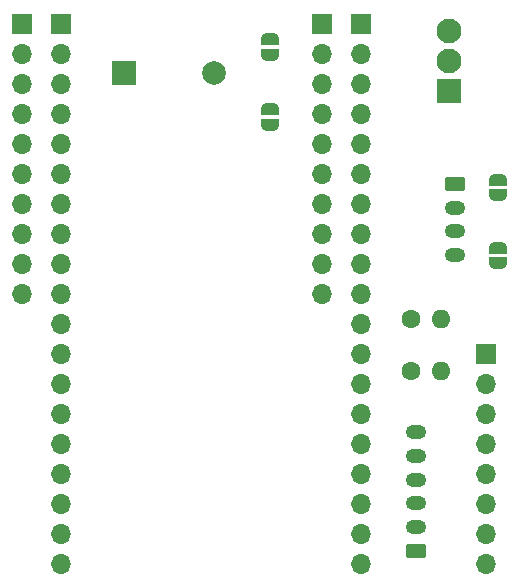
<source format=gbs>
G04 #@! TF.GenerationSoftware,KiCad,Pcbnew,(6.0.10)*
G04 #@! TF.CreationDate,2023-07-27T10:12:38-04:00*
G04 #@! TF.ProjectId,reader-daughter,72656164-6572-42d6-9461-756768746572,rev?*
G04 #@! TF.SameCoordinates,Original*
G04 #@! TF.FileFunction,Soldermask,Bot*
G04 #@! TF.FilePolarity,Negative*
%FSLAX46Y46*%
G04 Gerber Fmt 4.6, Leading zero omitted, Abs format (unit mm)*
G04 Created by KiCad (PCBNEW (6.0.10)) date 2023-07-27 10:12:38*
%MOMM*%
%LPD*%
G01*
G04 APERTURE LIST*
G04 Aperture macros list*
%AMRoundRect*
0 Rectangle with rounded corners*
0 $1 Rounding radius*
0 $2 $3 $4 $5 $6 $7 $8 $9 X,Y pos of 4 corners*
0 Add a 4 corners polygon primitive as box body*
4,1,4,$2,$3,$4,$5,$6,$7,$8,$9,$2,$3,0*
0 Add four circle primitives for the rounded corners*
1,1,$1+$1,$2,$3*
1,1,$1+$1,$4,$5*
1,1,$1+$1,$6,$7*
1,1,$1+$1,$8,$9*
0 Add four rect primitives between the rounded corners*
20,1,$1+$1,$2,$3,$4,$5,0*
20,1,$1+$1,$4,$5,$6,$7,0*
20,1,$1+$1,$6,$7,$8,$9,0*
20,1,$1+$1,$8,$9,$2,$3,0*%
%AMFreePoly0*
4,1,22,0.500000,-0.750000,0.000000,-0.750000,0.000000,-0.745033,-0.079941,-0.743568,-0.215256,-0.701293,-0.333266,-0.622738,-0.424486,-0.514219,-0.481581,-0.384460,-0.499164,-0.250000,-0.500000,-0.250000,-0.500000,0.250000,-0.499164,0.250000,-0.499963,0.256109,-0.478152,0.396186,-0.417904,0.524511,-0.324060,0.630769,-0.204165,0.706417,-0.067858,0.745374,0.000000,0.744959,0.000000,0.750000,
0.500000,0.750000,0.500000,-0.750000,0.500000,-0.750000,$1*%
%AMFreePoly1*
4,1,20,0.000000,0.744959,0.073905,0.744508,0.209726,0.703889,0.328688,0.626782,0.421226,0.519385,0.479903,0.390333,0.500000,0.250000,0.500000,-0.250000,0.499851,-0.262216,0.476331,-0.402017,0.414519,-0.529596,0.319384,-0.634700,0.198574,-0.708877,0.061801,-0.746166,0.000000,-0.745033,0.000000,-0.750000,-0.500000,-0.750000,-0.500000,0.750000,0.000000,0.750000,0.000000,0.744959,
0.000000,0.744959,$1*%
G04 Aperture macros list end*
%ADD10RoundRect,0.250000X-0.625000X0.350000X-0.625000X-0.350000X0.625000X-0.350000X0.625000X0.350000X0*%
%ADD11O,1.750000X1.200000*%
%ADD12R,2.100000X2.100000*%
%ADD13C,2.100000*%
%ADD14R,2.000000X2.000000*%
%ADD15C,2.000000*%
%ADD16RoundRect,0.250000X0.625000X-0.350000X0.625000X0.350000X-0.625000X0.350000X-0.625000X-0.350000X0*%
%ADD17R,1.700000X1.700000*%
%ADD18O,1.700000X1.700000*%
%ADD19C,1.600000*%
%ADD20O,1.600000X1.600000*%
%ADD21FreePoly0,90.000000*%
%ADD22FreePoly1,90.000000*%
%ADD23FreePoly0,270.000000*%
%ADD24FreePoly1,270.000000*%
G04 APERTURE END LIST*
D10*
X145161000Y-87579200D03*
D11*
X145161000Y-89579200D03*
X145161000Y-91579200D03*
X145161000Y-93579200D03*
D12*
X144627600Y-79679800D03*
D13*
X144627600Y-77139800D03*
X144627600Y-74599800D03*
D14*
X117154800Y-78130400D03*
D15*
X124754800Y-78130400D03*
D16*
X141850000Y-118600000D03*
D11*
X141850000Y-116600000D03*
X141850000Y-114600000D03*
X141850000Y-112600000D03*
X141850000Y-110600000D03*
X141850000Y-108600000D03*
D17*
X133907000Y-74015600D03*
D18*
X133907000Y-76555600D03*
X133907000Y-79095600D03*
X133907000Y-81635600D03*
X133907000Y-84175600D03*
X133907000Y-86715600D03*
X133907000Y-89255600D03*
X133907000Y-91795600D03*
X133907000Y-94335600D03*
X133907000Y-96875600D03*
D17*
X108507000Y-74015600D03*
D18*
X108507000Y-76555600D03*
X108507000Y-79095600D03*
X108507000Y-81635600D03*
X108507000Y-84175600D03*
X108507000Y-86715600D03*
X108507000Y-89255600D03*
X108507000Y-91795600D03*
X108507000Y-94335600D03*
X108507000Y-96875600D03*
D17*
X137185400Y-74015600D03*
D18*
X137185400Y-76555600D03*
X137185400Y-79095600D03*
X137185400Y-81635600D03*
X137185400Y-84175600D03*
X137185400Y-86715600D03*
X137185400Y-89255600D03*
X137185400Y-91795600D03*
X137185400Y-94335600D03*
X137185400Y-96875600D03*
X137185400Y-99415600D03*
X137185400Y-101955600D03*
X137185400Y-104495600D03*
X137185400Y-107035600D03*
X137185400Y-109575600D03*
X137185400Y-112115600D03*
X137185400Y-114655600D03*
X137185400Y-117195600D03*
X137185400Y-119735600D03*
D17*
X111785400Y-74015600D03*
D18*
X111785400Y-76555600D03*
X111785400Y-79095600D03*
X111785400Y-81635600D03*
X111785400Y-84175600D03*
X111785400Y-86715600D03*
X111785400Y-89255600D03*
X111785400Y-91795600D03*
X111785400Y-94335600D03*
X111785400Y-96875600D03*
X111785400Y-99415600D03*
X111785400Y-101955600D03*
X111785400Y-104495600D03*
X111785400Y-107035600D03*
X111785400Y-109575600D03*
X111785400Y-112115600D03*
X111785400Y-114655600D03*
X111785400Y-117195600D03*
X111785400Y-119735600D03*
D17*
X147800000Y-101925000D03*
D18*
X147800000Y-104465000D03*
X147800000Y-107005000D03*
X147800000Y-109545000D03*
X147800000Y-112085000D03*
X147800000Y-114625000D03*
X147800000Y-117165000D03*
X147800000Y-119705000D03*
D19*
X141400000Y-103400000D03*
D20*
X143940000Y-103400000D03*
D19*
X141400000Y-99000000D03*
D20*
X143940000Y-99000000D03*
D21*
X148800000Y-88500000D03*
D22*
X148800000Y-87200000D03*
D21*
X129438400Y-82538600D03*
D22*
X129438400Y-81238600D03*
D23*
X148800000Y-92950000D03*
D24*
X148800000Y-94250000D03*
D21*
X129438400Y-76608200D03*
D22*
X129438400Y-75308200D03*
M02*

</source>
